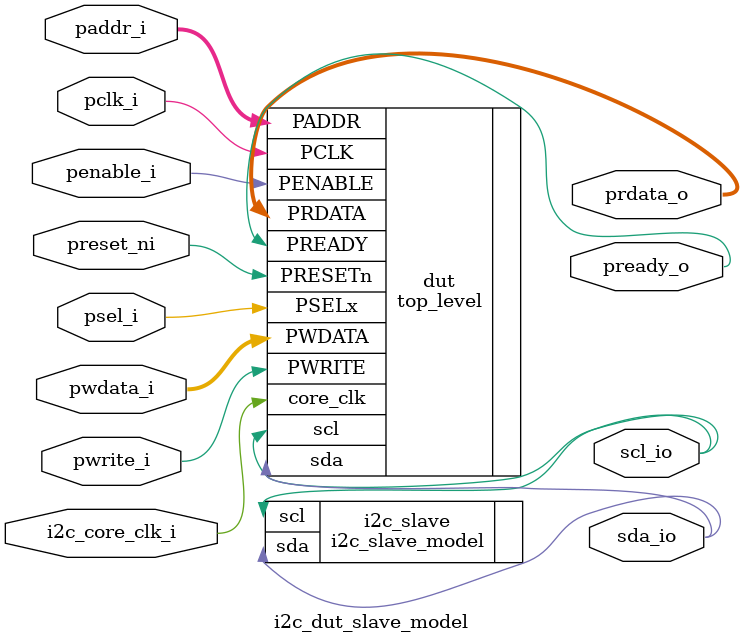
<source format=v>
module i2c_dut_slave_model 
(
    input                               i2c_core_clk_i      ,   // clock core of i2c
    input                               pclk_i              ,   //  APB clock
    input                               preset_ni           ,   //  reset signal is active-LOW
    input   [7 : 0]         			paddr_i             ,   //  address of APB slave and inputister map
    input                               pwrite_i            ,   //  HIGH is write, LOW is read
    input                               psel_i              ,   //  select slave interface
    input                               penable_i           ,   //  Enable. PENABLE indicates the second and subsequent cycles of an APB transfer.
    input   [7 : 0]         			pwdata_i            ,   //  data write

    output  [7 : 0]         			prdata_o            ,   //  data read
    output                              pready_o            ,   //  ready to receive data
    output                              sda_io              ,
    output                              scl_io              
);

    top_level     dut (
        .PCLK       (pclk_i),
        .PRESETn    (preset_ni),
        .PSELx      (psel_i),
        .PWRITE     (pwrite_i),
        .PENABLE    (penable_i),
        .PADDR      (paddr_i),
        .PWDATA     (pwdata_i),
        .core_clk   (i2c_core_clk_i),

        .PREADY     (pready_o),
        .PRDATA     (prdata_o),
        .sda        (sda_io),
        .scl        (scl_io)
    );

    i2c_slave_model i2c_slave   (
        .sda    (sda_io )   ,
        .scl    (scl_io )   
    );
    
endmodule
</source>
